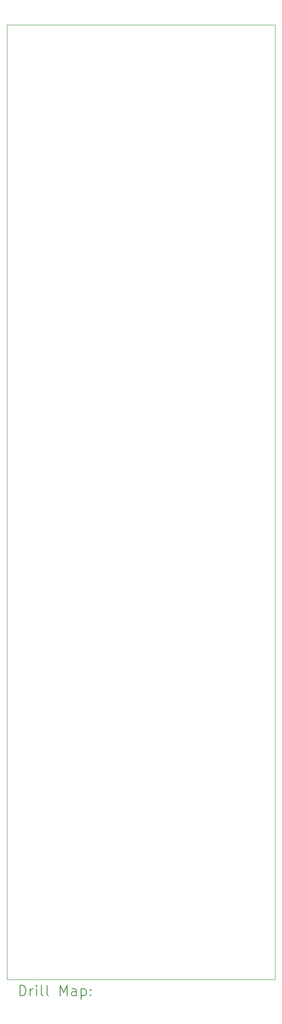
<source format=gbr>
%FSLAX45Y45*%
G04 Gerber Fmt 4.5, Leading zero omitted, Abs format (unit mm)*
G04 Created by KiCad (PCBNEW 6.0.5+dfsg-1~bpo11+1) date 2022-08-16 14:51:45*
%MOMM*%
%LPD*%
G01*
G04 APERTURE LIST*
%TA.AperFunction,Profile*%
%ADD10C,0.100000*%
%TD*%
%ADD11C,0.200000*%
G04 APERTURE END LIST*
D10*
X8255000Y-4445000D02*
X8255000Y-22987000D01*
X13462000Y-22987000D02*
X13462000Y-4445000D01*
X8255000Y-22987000D02*
X13462000Y-22987000D01*
X13462000Y-4445000D02*
X8255000Y-4445000D01*
D11*
X8507619Y-23302476D02*
X8507619Y-23102476D01*
X8555238Y-23102476D01*
X8583810Y-23112000D01*
X8602857Y-23131048D01*
X8612381Y-23150095D01*
X8621905Y-23188190D01*
X8621905Y-23216762D01*
X8612381Y-23254857D01*
X8602857Y-23273905D01*
X8583810Y-23292952D01*
X8555238Y-23302476D01*
X8507619Y-23302476D01*
X8707619Y-23302476D02*
X8707619Y-23169143D01*
X8707619Y-23207238D02*
X8717143Y-23188190D01*
X8726667Y-23178667D01*
X8745714Y-23169143D01*
X8764762Y-23169143D01*
X8831429Y-23302476D02*
X8831429Y-23169143D01*
X8831429Y-23102476D02*
X8821905Y-23112000D01*
X8831429Y-23121524D01*
X8840952Y-23112000D01*
X8831429Y-23102476D01*
X8831429Y-23121524D01*
X8955238Y-23302476D02*
X8936190Y-23292952D01*
X8926667Y-23273905D01*
X8926667Y-23102476D01*
X9060000Y-23302476D02*
X9040952Y-23292952D01*
X9031429Y-23273905D01*
X9031429Y-23102476D01*
X9288571Y-23302476D02*
X9288571Y-23102476D01*
X9355238Y-23245333D01*
X9421905Y-23102476D01*
X9421905Y-23302476D01*
X9602857Y-23302476D02*
X9602857Y-23197714D01*
X9593333Y-23178667D01*
X9574286Y-23169143D01*
X9536190Y-23169143D01*
X9517143Y-23178667D01*
X9602857Y-23292952D02*
X9583810Y-23302476D01*
X9536190Y-23302476D01*
X9517143Y-23292952D01*
X9507619Y-23273905D01*
X9507619Y-23254857D01*
X9517143Y-23235809D01*
X9536190Y-23226286D01*
X9583810Y-23226286D01*
X9602857Y-23216762D01*
X9698095Y-23169143D02*
X9698095Y-23369143D01*
X9698095Y-23178667D02*
X9717143Y-23169143D01*
X9755238Y-23169143D01*
X9774286Y-23178667D01*
X9783810Y-23188190D01*
X9793333Y-23207238D01*
X9793333Y-23264381D01*
X9783810Y-23283428D01*
X9774286Y-23292952D01*
X9755238Y-23302476D01*
X9717143Y-23302476D01*
X9698095Y-23292952D01*
X9879048Y-23283428D02*
X9888571Y-23292952D01*
X9879048Y-23302476D01*
X9869524Y-23292952D01*
X9879048Y-23283428D01*
X9879048Y-23302476D01*
X9879048Y-23178667D02*
X9888571Y-23188190D01*
X9879048Y-23197714D01*
X9869524Y-23188190D01*
X9879048Y-23178667D01*
X9879048Y-23197714D01*
M02*

</source>
